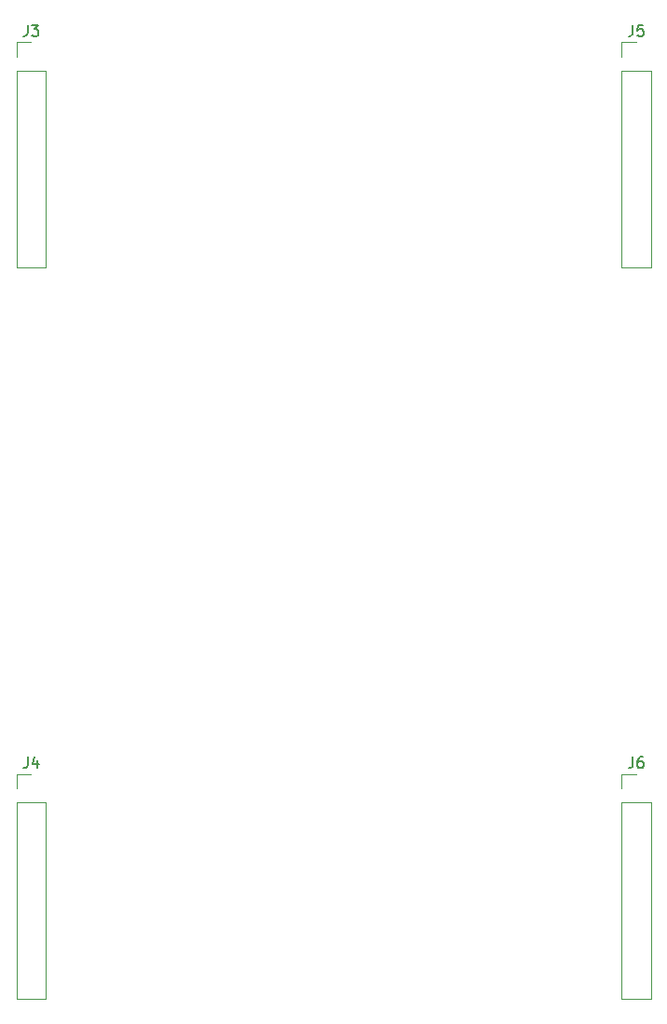
<source format=gbr>
G04 #@! TF.GenerationSoftware,KiCad,Pcbnew,(5.1.5)-3*
G04 #@! TF.CreationDate,2020-10-12T14:36:57+01:00*
G04 #@! TF.ProjectId,Retrospector_Controls,52657472-6f73-4706-9563-746f725f436f,rev?*
G04 #@! TF.SameCoordinates,Original*
G04 #@! TF.FileFunction,Legend,Top*
G04 #@! TF.FilePolarity,Positive*
%FSLAX46Y46*%
G04 Gerber Fmt 4.6, Leading zero omitted, Abs format (unit mm)*
G04 Created by KiCad (PCBNEW (5.1.5)-3) date 2020-10-12 14:36:57*
%MOMM*%
%LPD*%
G04 APERTURE LIST*
%ADD10C,0.120000*%
%ADD11C,0.150000*%
G04 APERTURE END LIST*
D10*
X156170000Y-131270000D02*
X156170000Y-149110000D01*
X156170000Y-149110000D02*
X158830000Y-149110000D01*
X158830000Y-149110000D02*
X158830000Y-131270000D01*
X158830000Y-131270000D02*
X156170000Y-131270000D01*
X156170000Y-130000000D02*
X156170000Y-128670000D01*
X156170000Y-128670000D02*
X157500000Y-128670000D01*
X156170000Y-64770000D02*
X156170000Y-82610000D01*
X156170000Y-82610000D02*
X158830000Y-82610000D01*
X158830000Y-82610000D02*
X158830000Y-64770000D01*
X158830000Y-64770000D02*
X156170000Y-64770000D01*
X156170000Y-63500000D02*
X156170000Y-62170000D01*
X156170000Y-62170000D02*
X157500000Y-62170000D01*
X101170000Y-131270000D02*
X101170000Y-149110000D01*
X101170000Y-149110000D02*
X103830000Y-149110000D01*
X103830000Y-149110000D02*
X103830000Y-131270000D01*
X103830000Y-131270000D02*
X101170000Y-131270000D01*
X101170000Y-130000000D02*
X101170000Y-128670000D01*
X101170000Y-128670000D02*
X102500000Y-128670000D01*
X101170000Y-64770000D02*
X101170000Y-82610000D01*
X101170000Y-82610000D02*
X103830000Y-82610000D01*
X103830000Y-82610000D02*
X103830000Y-64770000D01*
X103830000Y-64770000D02*
X101170000Y-64770000D01*
X101170000Y-63500000D02*
X101170000Y-62170000D01*
X101170000Y-62170000D02*
X102500000Y-62170000D01*
D11*
X157166666Y-127122380D02*
X157166666Y-127836666D01*
X157119047Y-127979523D01*
X157023809Y-128074761D01*
X156880952Y-128122380D01*
X156785714Y-128122380D01*
X158071428Y-127122380D02*
X157880952Y-127122380D01*
X157785714Y-127170000D01*
X157738095Y-127217619D01*
X157642857Y-127360476D01*
X157595238Y-127550952D01*
X157595238Y-127931904D01*
X157642857Y-128027142D01*
X157690476Y-128074761D01*
X157785714Y-128122380D01*
X157976190Y-128122380D01*
X158071428Y-128074761D01*
X158119047Y-128027142D01*
X158166666Y-127931904D01*
X158166666Y-127693809D01*
X158119047Y-127598571D01*
X158071428Y-127550952D01*
X157976190Y-127503333D01*
X157785714Y-127503333D01*
X157690476Y-127550952D01*
X157642857Y-127598571D01*
X157595238Y-127693809D01*
X157166666Y-60622380D02*
X157166666Y-61336666D01*
X157119047Y-61479523D01*
X157023809Y-61574761D01*
X156880952Y-61622380D01*
X156785714Y-61622380D01*
X158119047Y-60622380D02*
X157642857Y-60622380D01*
X157595238Y-61098571D01*
X157642857Y-61050952D01*
X157738095Y-61003333D01*
X157976190Y-61003333D01*
X158071428Y-61050952D01*
X158119047Y-61098571D01*
X158166666Y-61193809D01*
X158166666Y-61431904D01*
X158119047Y-61527142D01*
X158071428Y-61574761D01*
X157976190Y-61622380D01*
X157738095Y-61622380D01*
X157642857Y-61574761D01*
X157595238Y-61527142D01*
X102166666Y-127122380D02*
X102166666Y-127836666D01*
X102119047Y-127979523D01*
X102023809Y-128074761D01*
X101880952Y-128122380D01*
X101785714Y-128122380D01*
X103071428Y-127455714D02*
X103071428Y-128122380D01*
X102833333Y-127074761D02*
X102595238Y-127789047D01*
X103214285Y-127789047D01*
X102166666Y-60622380D02*
X102166666Y-61336666D01*
X102119047Y-61479523D01*
X102023809Y-61574761D01*
X101880952Y-61622380D01*
X101785714Y-61622380D01*
X102547619Y-60622380D02*
X103166666Y-60622380D01*
X102833333Y-61003333D01*
X102976190Y-61003333D01*
X103071428Y-61050952D01*
X103119047Y-61098571D01*
X103166666Y-61193809D01*
X103166666Y-61431904D01*
X103119047Y-61527142D01*
X103071428Y-61574761D01*
X102976190Y-61622380D01*
X102690476Y-61622380D01*
X102595238Y-61574761D01*
X102547619Y-61527142D01*
M02*

</source>
